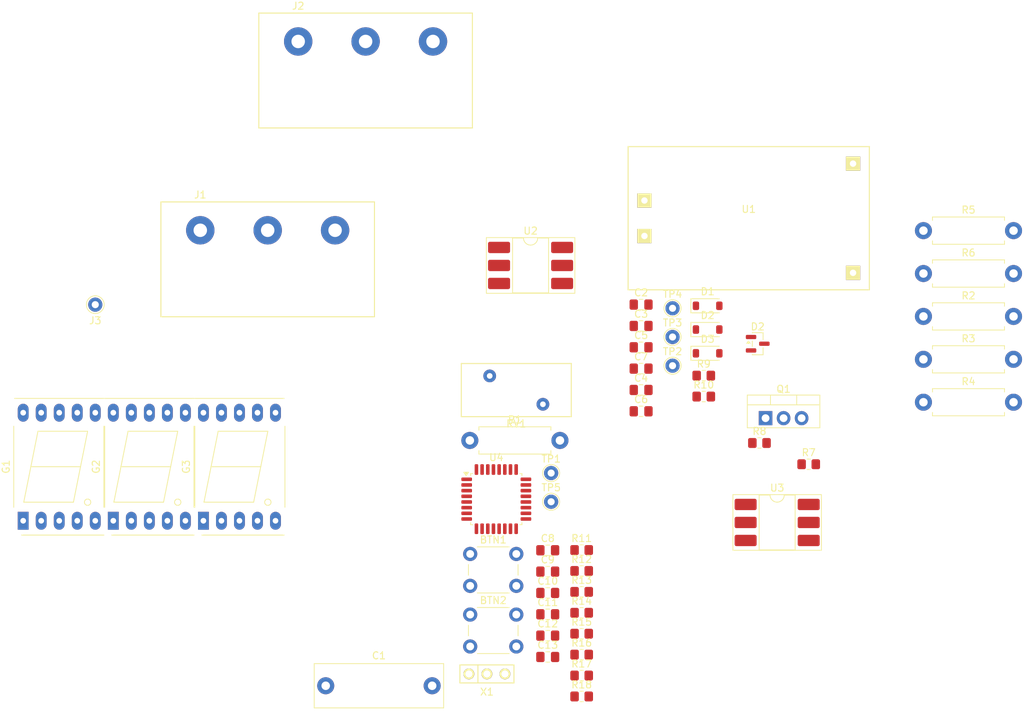
<source format=kicad_pcb>
(kicad_pcb (version 20241229) (generator "pcbnew") (generator_version "9.0")
  (layers (0 "F.Cu" signal) (2 "B.Cu" signal) (13 "F.Paste" user) (15 "B.Paste" user) (5 "F.SilkS" user "F.Silkscreen") (7 "B.SilkS" user "B.Silkscreen") (1 "F.Mask" user) (3 "B.Mask" user) (25 "Edge.Cuts" user))
  (net 0 "")
  (net 1 "GND")
  (net 2 "VCC")
  (net 3 "Net-(D1-K)")
  (net 4 "Net-(D1-A)")
  (net 5 "/MAINS_N")
  (net 6 "/MAINS_L_IN")
  (net 7 "/MAINS_L_OUT")
  (net 8 "/ADC")
  (net 9 "/ZCD")
  (net 10 "Net-(Q1-G)")
  (net 11 "/TRIAC")
  (net 12 "Net-(R8-Pad2)")
  (net 15 "/BTN1")
  (net 16 "/BTN2")
  (net 17 "Net-(C1-Pad1)")
  (net 18 "Net-(U4-PF2-NRST)")
  (net 19 "/DISP_AC")
  (net 20 "/DISP_AF")
  (net 21 "/DISP_AP")
  (net 22 "/DISP_CC1")
  (net 23 "/DISP_AD")
  (net 24 "/DISP_AE")
  (net 25 "/DISP_AA")
  (net 26 "/DISP_AG")
  (net 27 "/DISP_AB")
  (net 28 "/DISP_CC2")
  (net 29 "/DISP_CC3")
  (net 30 "Net-(R5-Pad2)")
  (net 31 "Net-(R6-Pad1)")
  (net 32 "Net-(R7-Pad1)")
  (net 33 "Net-(U4-PA0)")
  (net 34 "Net-(U4-PA1)")
  (net 35 "Net-(U4-PA2)")
  (net 36 "Net-(U4-PA3)")
  (net 37 "Net-(U4-PA4)")
  (net 38 "Net-(U4-PA5)")
  (net 39 "Net-(U4-PA6)")
  (net 40 "Net-(U4-PA7)")
  (net 47 "/SWCLK")
  (net 53 "/SWDIO")
  (net 54 "/MAIN_PEN")
  (footprint "Capacitor_SMD:C_0805_2012Metric_Pad1.18x1.45mm_HandSolder" (layer "F.Cu") (at 153.13 81.74)
    (property "Reference" "C3" (at 0 -1.68 0) (layer "F.SilkS"))
    (property "Value" "47u")
    (pad "1" smd roundrect (at -1.0375 0) (size 1.175 1.45) (layers "F.Cu" "F.Mask" "F.Paste") (roundrect_rratio 0.212766) (net 2 "VCC"))
    (pad "2" smd roundrect (at 1.0375 0) (size 1.175 1.45) (layers "F.Cu" "F.Mask" "F.Paste") (roundrect_rratio 0.212766) (net 1 "GND"))
  )
  (footprint "Resistor_SMD:R_0805_2012Metric_Pad1.20x1.40mm_HandSolder" (layer "F.Cu") (at 144.75 125.15)
    (property "Reference" "R15" (at 0 -1.65 0) (layer "F.SilkS"))
    (property "Value" "330R")
    (pad "1" smd roundrect (at -1 0) (size 1.2 1.4) (layers "F.Cu" "F.Mask" "F.Paste") (roundrect_rratio 0.208333) (net 37 "Net-(U4-PA4)"))
    (pad "2" smd roundrect (at 1 0) (size 1.2 1.4) (layers "F.Cu" "F.Mask" "F.Paste") (roundrect_rratio 0.208333) (net 24 "/DISP_AE"))
  )
  (footprint "TestPoint:TestPoint_THTPad_D2.0mm_Drill1.0mm" (layer "F.Cu") (at 140.45 106.54)
    (property "Reference" "TP5" (at 0 -1.998 0) (layer "F.SilkS"))
    (property "Value" "ADC")
    (pad "1" thru_hole circle (at 0 0) (size 2 2) (drill 1) (layers "*.Cu" "*.Mask") (net 3 "Net-(D1-K)"))
  )
  (footprint "Drake:HB-9500-3P" (layer "F.Cu") (at 104.8 41.62)
    (property "Reference" "J2" (at 0 -5 0) (layer "F.SilkS"))
    (property "Value" "OUT")
    (pad "1" thru_hole circle (at 0 0) (size 4 4) (drill 1.9) (layers "*.Cu" "*.Mask") (net 54 "/MAIN_PEN"))
    (pad "2" thru_hole circle (at 9.5 0) (size 4 4) (drill 1.9) (layers "*.Cu" "*.Mask") (net 5 "/MAINS_N"))
    (pad "3" thru_hole circle (at 19 0) (size 4 4) (drill 1.9) (layers "*.Cu" "*.Mask") (net 7 "/MAINS_L_OUT"))
  )
  (footprint "Capacitor_SMD:C_0805_2012Metric_Pad1.18x1.45mm_HandSolder" (layer "F.Cu") (at 153.13 93.78)
    (property "Reference" "C6" (at 0 -1.68 0) (layer "F.SilkS"))
    (property "Value" "100n")
    (pad "1" smd roundrect (at -1.0375 0) (size 1.175 1.45) (layers "F.Cu" "F.Mask" "F.Paste") (roundrect_rratio 0.212766) (net 3 "Net-(D1-K)"))
    (pad "2" smd roundrect (at 1.0375 0) (size 1.175 1.45) (layers "F.Cu" "F.Mask" "F.Paste") (roundrect_rratio 0.212766) (net 1 "GND"))
  )
  (footprint "Package_TO_SOT_SMD:SOT-23" (layer "F.Cu") (at 169.5625 84.25)
    (property "Reference" "D2" (at 0 -2.4 0) (layer "F.SilkS"))
    (property "Value" "BAT54S")
    (pad "1" smd roundrect (at -0.9375 -0.95) (size 1.475 0.6) (layers "F.Cu" "F.Mask" "F.Paste") (net 1 "GND"))
    (pad "2" smd roundrect (at -0.9375 0.95) (size 1.475 0.6) (layers "F.Cu" "F.Mask" "F.Paste") (net 2 "VCC"))
    (pad "3" smd roundrect (at 0.9375 0) (size 1.475 0.6) (layers "F.Cu" "F.Mask" "F.Paste") (net 3 "Net-(D1-K)"))
  )
  (footprint "Varistor:RV_Disc_D15.5mm_W7.5mm_P7.5mm" (layer "F.Cu") (at 131.79 88.79)
    (property "Reference" "RV1" (at 3.75 6.75 0) (layer "F.SilkS"))
    (property "Value" "14D471")
    (pad "1" thru_hole circle (at 0 0) (size 1.8 1.8) (drill 0.8) (layers "*.Cu" "*.Mask") (net 6 "/MAINS_L_IN"))
    (pad "2" thru_hole circle (at 7.5 4) (size 1.8 1.8) (drill 0.8) (layers "*.Cu" "*.Mask") (net 5 "/MAINS_N"))
  )
  (footprint "Resistor_SMD:R_0805_2012Metric_Pad1.20x1.40mm_HandSolder" (layer "F.Cu") (at 144.75 113.35)
    (property "Reference" "R11" (at 0 -1.65 0) (layer "F.SilkS"))
    (property "Value" "330R")
    (pad "1" smd roundrect (at -1 0) (size 1.2 1.4) (layers "F.Cu" "F.Mask" "F.Paste") (roundrect_rratio 0.208333) (net 33 "Net-(U4-PA0)"))
    (pad "2" smd roundrect (at 1 0) (size 1.2 1.4) (layers "F.Cu" "F.Mask" "F.Paste") (roundrect_rratio 0.208333) (net 25 "/DISP_AA"))
  )
  (footprint "Capacitor_SMD:C_0805_2012Metric_Pad1.18x1.45mm_HandSolder" (layer "F.Cu") (at 139.97 113.38)
    (property "Reference" "C8" (at 0 -1.68 0) (layer "F.SilkS"))
    (property "Value" "1u")
    (pad "1" smd roundrect (at -1.0375 0) (size 1.175 1.45) (layers "F.Cu" "F.Mask" "F.Paste") (roundrect_rratio 0.212766) (net 2 "VCC"))
    (pad "2" smd roundrect (at 1.0375 0) (size 1.175 1.45) (layers "F.Cu" "F.Mask" "F.Paste") (roundrect_rratio 0.212766) (net 1 "GND"))
  )
  (footprint "Resistor_SMD:R_0805_2012Metric_Pad1.20x1.40mm_HandSolder" (layer "F.Cu") (at 144.75 116.3)
    (property "Reference" "R12" (at 0 -1.65 0) (layer "F.SilkS"))
    (property "Value" "330R")
    (pad "1" smd roundrect (at -1 0) (size 1.2 1.4) (layers "F.Cu" "F.Mask" "F.Paste") (roundrect_rratio 0.208333) (net 34 "Net-(U4-PA1)"))
    (pad "2" smd roundrect (at 1 0) (size 1.2 1.4) (layers "F.Cu" "F.Mask" "F.Paste") (roundrect_rratio 0.208333) (net 27 "/DISP_AB"))
  )
  (footprint "Capacitor_SMD:C_0805_2012Metric_Pad1.18x1.45mm_HandSolder" (layer "F.Cu") (at 139.97 122.41)
    (property "Reference" "C11" (at 0 -1.68 0) (layer "F.SilkS"))
    (property "Value" "100n")
    (pad "1" smd roundrect (at -1.0375 0) (size 1.175 1.45) (layers "F.Cu" "F.Mask" "F.Paste") (roundrect_rratio 0.212766) (net 15 "/BTN1"))
    (pad "2" smd roundrect (at 1.0375 0) (size 1.175 1.45) (layers "F.Cu" "F.Mask" "F.Paste") (roundrect_rratio 0.212766) (net 1 "GND"))
  )
  (footprint "Display_7Segment:7SegmentLED_LTS6760_LTS6780" (layer "F.Cu") (at 91.44 109.22 90)
    (property "Reference" "G3" (at 7.62 -2.42 90) (layer "F.SilkS"))
    (property "Value" "SM420561N")
    (pad "1" thru_hole rect (at 0 0) (size 1.524 2.524) (drill 0.8) (layers "*.Cu" "*.Mask") (net 24 "/DISP_AE"))
    (pad "2" thru_hole oval (at 0 2.54) (size 1.524 2.524) (drill 0.8) (layers "*.Cu" "*.Mask") (net 23 "/DISP_AD"))
    (pad "3" thru_hole oval (at 0 5.08) (size 1.524 2.524) (drill 0.8) (layers "*.Cu" "*.Mask") (net 29 "/DISP_CC3"))
    (pad "4" thru_hole oval (at 0 7.62) (size 1.524 2.524) (drill 0.8) (layers "*.Cu" "*.Mask") (net 19 "/DISP_AC"))
    (pad "5" thru_hole oval (at 0 10.16) (size 1.524 2.524) (drill 0.8) (layers "*.Cu" "*.Mask") (net 21 "/DISP_AP"))
    (pad "6" thru_hole oval (at 15.24 10.16) (size 1.524 2.524) (drill 0.8) (layers "*.Cu" "*.Mask") (net 27 "/DISP_AB"))
    (pad "7" thru_hole oval (at 15.24 7.62) (size 1.524 2.524) (drill 0.8) (layers "*.Cu" "*.Mask") (net 25 "/DISP_AA"))
    (pad "8" thru_hole oval (at 15.24 5.08) (size 1.524 2.524) (drill 0.8) (layers "*.Cu" "*.Mask") (net 29 "/DISP_CC3"))
    (pad "9" thru_hole oval (at 15.24 2.54) (size 1.524 2.524) (drill 0.8) (layers "*.Cu" "*.Mask") (net 20 "/DISP_AF"))
    (pad "10" thru_hole oval (at 15.24 0) (size 1.524 2.524) (drill 0.8) (layers "*.Cu" "*.Mask") (net 26 "/DISP_AG"))
  )
  (footprint "Resistor_THT:R_Axial_DIN0411_L9.9mm_D3.6mm_P12.70mm_Horizontal" (layer "F.Cu") (at 192.92 74.35)
    (property "Reference" "R6" (at 6.35 -2.92 0) (layer "F.SilkS"))
    (property "Value" "68k/0.5W")
    (pad "1" thru_hole circle (at 0 0) (size 2.4 2.4) (drill 1.2) (layers "*.Cu" "*.Mask") (net 31 "Net-(R6-Pad1)"))
    (pad "2" thru_hole circle (at 12.7 0) (size 2.4 2.4) (drill 1.2) (layers "*.Cu" "*.Mask") (net 5 "/MAINS_N"))
  )
  (footprint "Capacitor_SMD:C_0805_2012Metric_Pad1.18x1.45mm_HandSolder" (layer "F.Cu") (at 153.13 78.73)
    (property "Reference" "C2" (at 0 -1.68 0) (layer "F.SilkS"))
    (property "Value" "1n")
    (pad "1" smd roundrect (at -1.0375 0) (size 1.175 1.45) (layers "F.Cu" "F.Mask" "F.Paste") (roundrect_rratio 0.212766) (net 9 "/ZCD"))
    (pad "2" smd roundrect (at 1.0375 0) (size 1.175 1.45) (layers "F.Cu" "F.Mask" "F.Paste") (roundrect_rratio 0.212766) (net 1 "GND"))
  )
  (footprint "Diode_SMD:D_SOD-123" (layer "F.Cu") (at 162.505 78.9)
    (property "Reference" "D1" (at 0 -2 0) (layer "F.SilkS"))
    (property "Value" "DSK14")
    (pad "1" smd roundrect (at -1.65 0) (size 0.9 1.2) (layers "F.Cu" "F.Mask" "F.Paste") (net 3 "Net-(D1-K)"))
    (pad "2" smd roundrect (at 1.65 0) (size 0.9 1.2) (layers "F.Cu" "F.Mask" "F.Paste") (net 4 "Net-(D1-A)"))
  )
  (footprint "Resistor_SMD:R_0805_2012Metric_Pad1.20x1.40mm_HandSolder" (layer "F.Cu") (at 176.75 101.25)
    (property "Reference" "R7" (at 0 -1.65 0) (layer "F.SilkS"))
    (property "Value" "270R")
    (pad "1" smd roundrect (at -1 0) (size 1.2 1.4) (layers "F.Cu" "F.Mask" "F.Paste") (roundrect_rratio 0.208333) (net 32 "Net-(R7-Pad1)"))
    (pad "2" smd roundrect (at 1 0) (size 1.2 1.4) (layers "F.Cu" "F.Mask" "F.Paste") (roundrect_rratio 0.208333) (net 10 "Net-(Q1-G)"))
  )
  (footprint "Resistor_SMD:R_0805_2012Metric_Pad1.20x1.40mm_HandSolder" (layer "F.Cu") (at 161.96 88.75)
    (property "Reference" "R9" (at 0 -1.65 0) (layer "F.SilkS"))
    (property "Value" "4k7")
    (pad "1" smd roundrect (at -1 0) (size 1.2 1.4) (layers "F.Cu" "F.Mask" "F.Paste") (roundrect_rratio 0.208333) (net 2 "VCC"))
    (pad "2" smd roundrect (at 1 0) (size 1.2 1.4) (layers "F.Cu" "F.Mask" "F.Paste") (roundrect_rratio 0.208333) (net 9 "/ZCD"))
  )
  (footprint "Capacitor_SMD:C_0805_2012Metric_Pad1.18x1.45mm_HandSolder" (layer "F.Cu") (at 153.13 90.77)
    (property "Reference" "C4" (at 0 -1.68 0) (layer "F.SilkS"))
    (property "Value" "10u")
    (pad "1" smd roundrect (at -1.0375 0) (size 1.175 1.45) (layers "F.Cu" "F.Mask" "F.Paste") (roundrect_rratio 0.212766) (net 3 "Net-(D1-K)"))
    (pad "2" smd roundrect (at 1.0375 0) (size 1.175 1.45) (layers "F.Cu" "F.Mask" "F.Paste") (roundrect_rratio 0.212766) (net 1 "GND"))
  )
  (footprint "Diode_SMD:D_SOD-123" (layer "F.Cu") (at 162.505 82.25)
    (property "Reference" "D2" (at 0 -2 0) (layer "F.SilkS"))
    (property "Value" "DSK14")
    (pad "1" smd roundrect (at -1.65 0) (size 0.9 1.2) (layers "F.Cu" "F.Mask" "F.Paste") (net 2 "VCC"))
    (pad "2" smd roundrect (at 1.65 0) (size 0.9 1.2) (layers "F.Cu" "F.Mask" "F.Paste") (net 3 "Net-(D1-K)"))
  )
  (footprint "Resistor_THT:R_Axial_DIN0411_L9.9mm_D3.6mm_P12.70mm_Horizontal" (layer "F.Cu") (at 192.92 68.3)
    (property "Reference" "R5" (at 6.35 -2.92 0) (layer "F.SilkS"))
    (property "Value" "68k/0.5W")
    (pad "1" thru_hole circle (at 0 0) (size 2.4 2.4) (drill 1.2) (layers "*.Cu" "*.Mask") (net 6 "/MAINS_L_IN"))
    (pad "2" thru_hole circle (at 12.7 0) (size 2.4 2.4) (drill 1.2) (layers "*.Cu" "*.Mask") (net 30 "Net-(R5-Pad2)"))
  )
  (footprint "Display_7Segment:7SegmentLED_LTS6760_LTS6780" (layer "F.Cu") (at 66.04 109.22 90)
    (property "Reference" "G1" (at 7.62 -2.42 90) (layer "F.SilkS"))
    (property "Value" "SM420561N")
    (pad "1" thru_hole rect (at 0 0) (size 1.524 2.524) (drill 0.8) (layers "*.Cu" "*.Mask") (net 24 "/DISP_AE"))
    (pad "2" thru_hole oval (at 0 2.54) (size 1.524 2.524) (drill 0.8) (layers "*.Cu" "*.Mask") (net 23 "/DISP_AD"))
    (pad "3" thru_hole oval (at 0 5.08) (size 1.524 2.524) (drill 0.8) (layers "*.Cu" "*.Mask") (net 22 "/DISP_CC1"))
    (pad "4" thru_hole oval (at 0 7.62) (size 1.524 2.524) (drill 0.8) (layers "*.Cu" "*.Mask") (net 19 "/DISP_AC"))
    (pad "5" thru_hole oval (at 0 10.16) (size 1.524 2.524) (drill 0.8) (layers "*.Cu" "*.Mask") (net 21 "/DISP_AP"))
    (pad "6" thru_hole oval (at 15.24 10.16) (size 1.524 2.524) (drill 0.8) (layers "*.Cu" "*.Mask") (net 27 "/DISP_AB"))
    (pad "7" thru_hole oval (at 15.24 7.62) (size 1.524 2.524) (drill 0.8) (layers "*.Cu" "*.Mask") (net 25 "/DISP_AA"))
    (pad "8" thru_hole oval (at 15.24 5.08) (size 1.524 2.524) (drill 0.8) (layers "*.Cu" "*.Mask") (net 22 "/DISP_CC1"))
    (pad "9" thru_hole oval (at 15.24 2.54) (size 1.524 2.524) (drill 0.8) (layers "*.Cu" "*.Mask") (net 20 "/DISP_AF"))
    (pad "10" thru_hole oval (at 15.24 0) (size 1.524 2.524) (drill 0.8) (layers "*.Cu" "*.Mask") (net 26 "/DISP_AG"))
  )
  (footprint "Drake:HLK-PM01" (layer "F.Cu") (at 168.3 66.55)
    (property "Reference" "U1" (at 0 -1.27 0) (layer "F.SilkS"))
    (property "Value" "HLK-PM03")
    (pad "1" thru_hole rect (at -14.7 -2.5) (size 2 2) (drill 0.9) (layers "*.Cu" "*.Mask" "F.SilkS") (net 6 "/MAINS_L_IN"))
    (pad "2" thru_hole rect (at -14.7 2.5) (size 2 2) (drill 0.9) (layers "*.Cu" "*.Mask" "F.SilkS") (net 5 "/MAINS_N"))
    (pad "3" thru_hole rect (at 14.7 -7.7) (size 2 2) (drill 0.9) (layers "*.Cu" "*.Mask" "F.SilkS") (net 1 "GND"))
    (pad "4" thru_hole rect (at 14.7 7.7) (size 2 2) (drill 0.9) (layers "*.Cu" "*.Mask" "F.SilkS") (net 2 "VCC"))
  )
  (footprint "Capacitor_SMD:C_0805_2012Metric_Pad1.18x1.45mm_HandSolder" (layer "F.Cu") (at 139.97 128.43)
    (property "Reference" "C13" (at 0 -1.68 0) (layer "F.SilkS"))
    (property "Value" "100n")
    (pad "1" smd roundrect (at -1.0375 0) (size 1.175 1.45) (layers "F.Cu" "F.Mask" "F.Paste") (roundrect_rratio 0.212766) (net 2 "VCC"))
    (pad "2" smd roundrect (at 1.0375 0) (size 1.175 1.45) (layers "F.Cu" "F.Mask" "F.Paste") (roundrect_rratio 0.212766) (net 1 "GND"))
  )
  (footprint "Resistor_SMD:R_0805_2012Metric_Pad1.20x1.40mm_HandSolder" (layer "F.Cu") (at 169.81 98.25)
    (property "Reference" "R8" (at 0 -1.65 0) (layer "F.SilkS"))
    (property "Value" "270R")
    (pad "1" smd roundrect (at -1 0) (size 1.2 1.4) (layers "F.Cu" "F.Mask" "F.Paste") (roundrect_rratio 0.208333) (net 11 "/TRIAC"))
    (pad "2" smd roundrect (at 1 0) (size 1.2 1.4) (layers "F.Cu" "F.Mask" "F.Paste") (roundrect_rratio 0.208333) (net 12 "Net-(R8-Pad2)"))
  )
  (footprint "Package_TO_SOT_THT:TO-220-3_Vertical" (layer "F.Cu") (at 170.67 94.75)
    (property "Reference" "Q1" (at 2.54 -4.1 0) (layer "F.SilkS"))
    (property "Value" "BTA24-600C")
    (pad "1" thru_hole rect (at 0 0) (size 1.905 2) (drill 1.1) (layers "*.Cu" "*.Mask") (net 7 "/MAINS_L_OUT"))
    (pad "2" thru_hole oval (at 2.54 0) (size 1.905 2) (drill 1.1) (layers "*.Cu" "*.Mask") (net 6 "/MAINS_L_IN"))
    (pad "3" thru_hole oval (at 5.08 0) (size 1.905 2) (drill 1.1) (layers "*.Cu" "*.Mask") (net 10 "Net-(Q1-G)"))
  )
  (footprint "Button_Switch_THT:SW_PUSH_6mm_H5mm" (layer "F.Cu") (at 129.04 113.9)
    (property "Reference" "BTN1" (at 3.25 -2 0) (layer "F.SilkS"))
    (property "Value" "TRIGGER")
    (pad "1" thru_hole circle (at 0 0 90) (size 2 2) (drill 1.1) (layers "*.Cu" "*.Mask") (net 15 "/BTN1"))
    (pad "1" thru_hole circle (at 6.5 0 90) (size 2 2) (drill 1.1) (layers "*.Cu" "*.Mask") (net 15 "/BTN1"))
    (pad "2" thru_hole circle (at 0 4.5 90) (size 2 2) (drill 1.1) (layers "*.Cu" "*.Mask") (net 1 "GND"))
    (pad "2" thru_hole circle (at 6.5 4.5 90) (size 2 2) (drill 1.1) (layers "*.Cu" "*.Mask") (net 1 "GND"))
  )
  (footprint "Capacitor_SMD:C_0805_2012Metric_Pad1.18x1.45mm_HandSolder" (layer "F.Cu") (at 139.97 119.4)
    (property "Reference" "C10" (at 0 -1.68 0) (layer "F.SilkS"))
    (property "Value" "100n")
    (pad "1" smd roundrect (at -1.0375 0) (size 1.175 1.45) (layers "F.Cu" "F.Mask" "F.Paste") (roundrect_rratio 0.212766) (net 18 "Net-(U4-PF2-NRST)"))
    (pad "2" smd roundrect (at 1.0375 0) (size 1.175 1.45) (layers "F.Cu" "F.Mask" "F.Paste") (roundrect_rratio 0.212766) (net 1 "GND"))
  )
  (footprint "TestPoint:TestPoint_THTPad_D2.0mm_Drill1.0mm" (layer "F.Cu") (at 140.45 102.49)
    (property "Reference" "TP1" (at 0 -1.998 0) (layer "F.SilkS"))
    (property "Value" "TRIAC")
    (pad "1" thru_hole circle (at 0 0) (size 2 2) (drill 1) (layers "*.Cu" "*.Mask") (net 11 "/TRIAC"))
  )
  (footprint "Package_DIP:DIP-6_W8.89mm_SMDSocket_LongPads" (layer "F.Cu") (at 172.305 109.46)
    (property "Reference" "U3" (at 0 -4.87 0) (layer "F.SilkS"))
    (property "Value" "MOC3023M")
    (pad "1" smd roundrect (at -4.445 -2.54) (size 3.1 1.6) (layers "F.Cu" "F.Mask" "F.Paste") (roundrect_rratio 0.15625) (net 12 "Net-(R8-Pad2)"))
    (pad "2" smd roundrect (at -4.445 0) (size 3.1 1.6) (layers "F.Cu" "F.Mask" "F.Paste") (roundrect_rratio 0.15625) (net 1 "GND"))
    (pad "3" smd roundrect (at -4.445 2.54) (size 3.1 1.6) (layers "F.Cu" "F.Mask" "F.Paste") (roundrect_rratio 0.15625))
    (pad "4" smd roundrect (at 4.445 2.54) (size 3.1 1.6) (layers "F.Cu" "F.Mask" "F.Paste") (roundrect_rratio 0.15625) (net 7 "/MAINS_L_OUT"))
    (pad "5" smd roundrect (at 4.445 0) (size 3.1 1.6) (layers "F.Cu" "F.Mask" "F.Paste") (roundrect_rratio 0.15625))
    (pad "6" smd roundrect (at 4.445 -2.54) (size 3.1 1.6) (layers "F.Cu" "F.Mask" "F.Paste") (roundrect_rratio 0.15625) (net 32 "Net-(R7-Pad1)"))
  )
  (footprint "Package_DIP:DIP-6_W8.89mm_SMDSocket_LongPads" (layer "F.Cu") (at 137.555 73.21)
    (property "Reference" "U2" (at 0 -4.87 0) (layer "F.SilkS"))
    (property "Value" "H11AA1")
    (pad "1" smd roundrect (at -4.445 -2.54) (size 3.1 1.6) (layers "F.Cu" "F.Mask" "F.Paste") (roundrect_rratio 0.15625) (net 30 "Net-(R5-Pad2)"))
    (pad "2" smd roundrect (at -4.445 0) (size 3.1 1.6) (layers "F.Cu" "F.Mask" "F.Paste") (roundrect_rratio 0.15625) (net 31 "Net-(R6-Pad1)"))
    (pad "3" smd roundrect (at -4.445 2.54) (size 3.1 1.6) (layers "F.Cu" "F.Mask" "F.Paste") (roundrect_rratio 0.15625))
    (pad "4" smd roundrect (at 4.445 2.54) (size 3.1 1.6) (layers "F.Cu" "F.Mask" "F.Paste") (roundrect_rratio 0.15625) (net 1 "GND"))
    (pad "5" smd roundrect (at 4.445 0) (size 3.1 1.6) (layers "F.Cu" "F.Mask" "F.Paste") (roundrect_rratio 0.15625) (net 9 "/ZCD"))
    (pad "6" smd roundrect (at 4.445 -2.54) (size 3.1 1.6) (layers "F.Cu" "F.Mask" "F.Paste") (roundrect_rratio 0.15625))
  )
  (footprint "TestPoint:TestPoint_THTPad_D2.0mm_Drill1.0mm" (layer "F.Cu") (at 157.56 79.25)
    (property "Reference" "TP4" (at 0 -1.998 0) (layer "F.SilkS"))
    (property "Value" "GND")
    (pad "1" thru_hole circle (at 0 0) (size 2 2) (drill 1) (layers "*.Cu" "*.Mask") (net 1 "GND"))
  )
  (footprint "Button_Switch_THT:SW_PUSH_6mm_H5mm" (layer "F.Cu") (at 129.04 122.45)
    (property "Reference" "BTN2" (at 3.25 -2 0) (layer "F.SilkS"))
    (property "Value" "TRIGGER")
    (pad "1" thru_hole circle (at 0 0 90) (size 2 2) (drill 1.1) (layers "*.Cu" "*.Mask") (net 16 "/BTN2"))
    (pad "1" thru_hole circle (at 6.5 0 90) (size 2 2) (drill 1.1) (layers "*.Cu" "*.Mask") (net 16 "/BTN2"))
    (pad "2" thru_hole circle (at 0 4.5 90) (size 2 2) (drill 1.1) (layers "*.Cu" "*.Mask") (net 1 "GND"))
    (pad "2" thru_hole circle (at 6.5 4.5 90) (size 2 2) (drill 1.1) (layers "*.Cu" "*.Mask") (net 1 "GND"))
  )
  (footprint "Capacitor_SMD:C_0805_2012Metric_Pad1.18x1.45mm_HandSolder" (layer "F.Cu") (at 153.13 87.76)
    (property "Reference" "C7" (at 0 -1.68 0) (layer "F.SilkS"))
    (property "Value" "10u")
    (pad "1" smd roundrect (at -1.0375 0) (size 1.175 1.45) (layers "F.Cu" "F.Mask" "F.Paste") (roundrect_rratio 0.212766) (net 2 "VCC"))
    (pad "2" smd roundrect (at 1.0375 0) (size 1.175 1.45) (layers "F.Cu" "F.Mask" "F.Paste") (roundrect_rratio 0.212766) (net 1 "GND"))
  )
  (footprint "Resistor_SMD:R_0805_2012Metric_Pad1.20x1.40mm_HandSolder" (layer "F.Cu") (at 144.75 134)
    (property "Reference" "R18" (at 0 -1.65 0) (layer "F.SilkS"))
    (property "Value" "330R")
    (pad "1" smd roundrect (at -1 0) (size 1.2 1.4) (layers "F.Cu" "F.Mask" "F.Paste") (roundrect_rratio 0.208333) (net 40 "Net-(U4-PA7)"))
    (pad "2" smd roundrect (at 1 0) (size 1.2 1.4) (layers "F.Cu" "F.Mask" "F.Paste") (roundrect_rratio 0.208333) (net 21 "/DISP_AP"))
  )
  (footprint "Drake:SWD" (layer "F.Cu") (at 131.4 130.82)
    (property "Reference" "X1" (at 0 2.54 0) (layer "F.SilkS"))
    (property "Value" "SWD")
    (pad "1" thru_hole circle (at -2.54 0) (size 1.524 1.524) (drill 1.016) (layers "*.Cu" "*.Mask" "F.SilkS") (net 53 "/SWDIO"))
    (pad "2" thru_hole circle (at 0 0) (size 1.524 1.524) (drill 1.016) (layers "*.Cu" "*.Mask" "F.SilkS") (net 1 "GND"))
    (pad "3" thru_hole circle (at 2.54 0) (size 1.524 1.524) (drill 1.016) (layers "*.Cu" "*.Mask" "F.SilkS") (net 47 "/SWCLK"))
  )
  (footprint "Connector_Pin:Pin_D1.0mm_L10.0mm" (layer "F.Cu") (at 76.2 78.74)
    (property "Reference" "J3" (at 0 2.25 0) (layer "F.SilkS"))
    (property "Value" "Heatsink Earth")
    (pad "1" thru_hole circle (at 0 0) (size 2 2) (drill 1) (layers "*.Cu" "*.Mask") (net 54 "/MAIN_PEN"))
  )
  (footprint "Resistor_THT:R_Axial_DIN0411_L9.9mm_D3.6mm_P12.70mm_Horizontal" (layer "F.Cu") (at 192.92 86.45)
    (property "Reference" "R3" (at 6.35 -2.92 0) (layer "F.SilkS"))
    (property "Value" "510k/0.5W")
    (pad "1" thru_hole circle (at 0 0) (size 2.4 2.4) (drill 1.2) (layers "*.Cu" "*.Mask") (net 5 "/MAINS_N"))
    (pad "2" thru_hole circle (at 12.7 0) (size 2.4 2.4) (drill 1.2) (layers "*.Cu" "*.Mask") (net 1 "GND"))
  )
  (footprint "Diode_SMD:D_SOD-123" (layer "F.Cu") (at 162.505 85.6)
    (property "Reference" "D3" (at 0 -2 0) (layer "F.SilkS"))
    (property "Value" "DSK14")
    (pad "1" smd roundrect (at -1.65 0) (size 0.9 1.2) (layers "F.Cu" "F.Mask" "F.Paste") (net 3 "Net-(D1-K)"))
    (pad "2" smd roundrect (at 1.65 0) (size 0.9 1.2) (layers "F.Cu" "F.Mask" "F.Paste") (net 1 "GND"))
  )
  (footprint "Capacitor_SMD:C_0805_2012Metric_Pad1.18x1.45mm_HandSolder" (layer "F.Cu") (at 139.97 125.42)
    (property "Reference" "C12" (at 0 -1.68 0) (layer "F.SilkS"))
    (property "Value" "100n")
    (pad "1" smd roundrect (at -1.0375 0) (size 1.175 1.45) (layers "F.Cu" "F.Mask" "F.Paste") (roundrect_rratio 0.212766) (net 16 "/BTN2"))
    (pad "2" smd roundrect (at 1.0375 0) (size 1.175 1.45) (layers "F.Cu" "F.Mask" "F.Paste") (roundrect_rratio 0.212766) (net 1 "GND"))
  )
  (footprint "Resistor_THT:R_Axial_DIN0411_L9.9mm_D3.6mm_P12.70mm_Horizontal" (layer "F.Cu") (at 192.92 80.4)
    (property "Reference" "R2" (at 6.35 -2.92 0) (layer "F.SilkS"))
    (property "Value" "510k/0.5W")
    (pad "1" thru_hole circle (at 0 0) (size 2.4 2.4) (drill 1.2) (layers "*.Cu" "*.Mask") (net 6 "/MAINS_L_IN"))
    (pad "2" thru_hole circle (at 12.7 0) (size 2.4 2.4) (drill 1.2) (layers "*.Cu" "*.Mask") (net 4 "Net-(D1-A)"))
  )
  (footprint "Capacitor_SMD:C_0805_2012Metric_Pad1.18x1.45mm_HandSolder" (layer "F.Cu") (at 153.13 84.75)
    (property "Reference" "C5" (at 0 -1.68 0) (layer "F.SilkS"))
    (property "Value" "47u")
    (pad "1" smd roundrect (at -1.0375 0) (size 1.175 1.45) (layers "F.Cu" "F.Mask" "F.Paste") (roundrect_rratio 0.212766) (net 2 "VCC"))
    (pad "2" smd roundrect (at 1.0375 0) (size 1.175 1.45) (layers "F.Cu" "F.Mask" "F.Paste") (roundrect_rratio 0.212766) (net 1 "GND"))
  )
  (footprint "TestPoint:TestPoint_THTPad_D2.0mm_Drill1.0mm" (layer "F.Cu") (at 157.56 83.3)
    (property "Reference" "TP3" (at 0 -1.998 0) (layer "F.SilkS"))
    (property "Value" "VCC")
    (pad "1" thru_hole circle (at 0 0) (size 2 2) (drill 1) (layers "*.Cu" "*.Mask") (net 2 "VCC"))
  )
  (footprint "Resistor_SMD:R_0805_2012Metric_Pad1.20x1.40mm_HandSolder" (layer "F.Cu") (at 144.75 119.25)
    (property "Reference" "R13" (at 0 -1.65 0) (layer "F.SilkS"))
    (property "Value" "330R")
    (pad "1" smd roundrect (at -1 0) (size 1.2 1.4) (layers "F.Cu" "F.Mask" "F.Paste") (roundrect_rratio 0.208333) (net 35 "Net-(U4-PA2)"))
    (pad "2" smd roundrect (at 1 0) (size 1.2 1.4) (layers "F.Cu" "F.Mask" "F.Paste") (roundrect_rratio 0.208333) (net 19 "/DISP_AC"))
  )
  (footprint "Drake:HB-9500-3P" (layer "F.Cu") (at 91 68.25)
    (property "Reference" "J1" (at 0 -5 0) (layer "F.SilkS"))
    (property "Value" "IN")
    (pad "1" thru_hole circle (at 0 0) (size 4 4) (drill 1.9) (layers "*.Cu" "*.Mask") (net 54 "/MAIN_PEN"))
    (pad "2" thru_hole circle (at 9.5 0) (size 4 4) (drill 1.9) (layers "*.Cu" "*.Mask") (net 5 "/MAINS_N"))
    (pad "3" thru_hole circle (at 19 0) (size 4 4) (drill 1.9) (layers "*.Cu" "*.Mask") (net 6 "/MAINS_L_IN"))
  )
  (footprint "Resistor_THT:R_Axial_DIN0411_L9.9mm_D3.6mm_P12.70mm_Horizontal" (layer "F.Cu") (at 192.92 92.5)
    (property "Reference" "R4" (at 6.35 -2.92 0) (layer "F.SilkS"))
    (property "Value" "10k/0.5W")
    (pad "1" thru_hole circle (at 0 0) (size 2.4 2.4) (drill 1.2) (layers "*.Cu" "*.Mask") (net 1 "GND"))
    (pad "2" thru_hole circle (at 12.7 0) (size 2.4 2.4) (drill 1.2) (layers "*.Cu" "*.Mask") (net 4 "Net-(D1-A)"))
  )
  (footprint "Resistor_SMD:R_0805_2012Metric_Pad1.20x1.40mm_HandSolder" (layer "F.Cu") (at 144.75 128.1)
    (property "Reference" "R16" (at 0 -1.65 0) (layer "F.SilkS"))
    (property "Value" "330R")
    (pad "1" smd roundrect (at -1 0) (size 1.2 1.4) (layers "F.Cu" "F.Mask" "F.Paste") (roundrect_rratio 0.208333) (net 38 "Net-(U4-PA5)"))
    (pad "2" smd roundrect (at 1 0) (size 1.2 1.4) (layers "F.Cu" "F.Mask" "F.Paste") (roundrect_rratio 0.208333) (net 20 "/DISP_AF"))
  )
  (footprint "Capacitor_SMD:C_0805_2012Metric_Pad1.18x1.45mm_HandSolder" (layer "F.Cu") (at 139.97 116.39)
    (property "Reference" "C9" (at 0 -1.68 0) (layer "F.SilkS"))
    (property "Value" "100n")
    (pad "1" smd roundrect (at -1.0375 0) (size 1.175 1.45) (layers "F.Cu" "F.Mask" "F.Paste") (roundrect_rratio 0.212766) (net 2 "VCC"))
    (pad "2" smd roundrect (at 1.0375 0) (size 1.175 1.45) (layers "F.Cu" "F.Mask" "F.Paste") (roundrect_rratio 0.212766) (net 1 "GND"))
  )
  (footprint "Resistor_SMD:R_0805_2012Metric_Pad1.20x1.40mm_HandSolder" (layer "F.Cu") (at 144.75 131.05)
    (property "Reference" "R17" (at 0 -1.65 0) (layer "F.SilkS"))
    (property "Value" "330R")
    (pad "1" smd roundrect (at -1 0) (size 1.2 1.4) (layers "F.Cu" "F.Mask" "F.Paste") (roundrect_rratio 0.208333) (net 39 "Net-(U4-PA6)"))
    (pad "2" smd roundrect (at 1 0) (size 1.2 1.4) (layers "F.Cu" "F.Mask" "F.Paste") (roundrect_rratio 0.208333) (net 26 "/DISP_AG"))
  )
  (footprint "Display_7Segment:7SegmentLED_LTS6760_LTS6780" (layer "F.Cu") (at 78.74 109.22 90)
    (property "Reference" "G2" (at 7.62 -2.42 90) (layer "F.SilkS"))
    (property "Value" "SM420561N")
    (pad "1" thru_hole rect (at 0 0) (size 1.524 2.524) (drill 0.8) (layers "*.Cu" "*.Mask") (net 24 "/DISP_AE"))
    (pad "2" thru_hole oval (at 0 2.54) (size 1.524 2.524) (drill 0.8) (layers "*.Cu" "*.Mask") (net 23 "/DISP_AD"))
    (pad "3" thru_hole oval (at 0 5.08) (size 1.524 2.524) (drill 0.8) (layers "*.Cu" "*.Mask") (net 28 "/DISP_CC2"))
    (pad "4" thru_hole oval (at 0 7.62) (size 1.524 2.524) (drill 0.8) (layers "*.Cu" "*.Mask") (net 19 "/DISP_AC"))
    (pad "5" thru_hole oval (at 0 10.16) (size 1.524 2.524) (drill 0.8) (layers "*.Cu" "*.Mask") (net 21 "/DISP_AP"))
    (pad "6" thru_hole oval (at 15.24 10.16) (size 1.524 2.524) (drill 0.8) (layers "*.Cu" "*.Mask") (net 27 "/DISP_AB"))
    (pad "7" thru_hole oval (at 15.24 7.62) (size 1.524 2.524) (drill 0.8) (layers "*.Cu" "*.Mask") (net 25 "/DISP_AA"))
    (pad "8" thru_hole oval (at 15.24 5.08) (size 1.524 2.524) (drill 0.8) (layers "*.Cu" "*.Mask") (net 28 "/DISP_CC2"))
    (pad "9" thru_hole oval (at 15.24 2.54) (size 1.524 2.524) (drill 0.8) (layers "*.Cu" "*.Mask") (net 20 "/DISP_AF"))
    (pad "10" thru_hole oval (at 15.24 0) (size 1.524 2.524) (drill 0.8) (layers "*.Cu" "*.Mask") (net 26 "/DISP_AG"))
  )
  (footprint "Resistor_THT:R_Axial_DIN0411_L9.9mm_D3.6mm_P12.70mm_Horizontal" (layer "F.Cu") (at 128.99 97.89)
    (property "Reference" "R1" (at 6.35 -2.92 0) (layer "F.SilkS"))
    (property "Value" "100R/1W")
    (pad "1" thru_hole circle (at 0 0) (size 2.4 2.4) (drill 1.2) (layers "*.Cu" "*.Mask") (net 6 "/MAINS_L_IN"))
    (pad "2" thru_hole circle (at 12.7 0) (size 2.4 2.4) (drill 1.2) (layers "*.Cu" "*.Mask") (net 17 "Net-(C1-Pad1)"))
  )
  (footprint "Capacitor_THT:C_Rect_L18.0mm_W6.0mm_P15.00mm_FKS3_FKP3" (layer "F.Cu") (at 108.68 132.49)
    (property "Reference" "C1" (at 7.5 -4.25 0) (layer "F.SilkS"))
    (property "Value" "JFZ-100N/310-P15")
    (pad "1" thru_hole circle (at 0 0) (size 2.4 2.4) (drill 1.2) (layers "*.Cu" "*.Mask") (net 17 "Net-(C1-Pad1)"))
    (pad "2" thru_hole circle (at 15 0) (size 2.4 2.4) (drill 1.2) (layers "*.Cu" "*.Mask") (net 7 "/MAINS_L_OUT"))
  )
  (footprint "Resistor_SMD:R_0805_2012Metric_Pad1.20x1.40mm_HandSolder" (layer "F.Cu") (at 161.96 91.7)
    (property "Reference" "R10" (at 0 -1.65 0) (layer "F.SilkS"))
    (property "Value" "1k5")
    (pad "1" smd roundrect (at -1 0) (size 1.2 1.4) (layers "F.Cu" "F.Mask" "F.Paste") (roundrect_rratio 0.208333) (net 3 "Net-(D1-K)"))
    (pad "2" smd roundrect (at 1 0) (size 1.2 1.4) (layers "F.Cu" "F.Mask" "F.Paste") (roundrect_rratio 0.208333) (net 8 "/ADC"))
  )
  (footprint "Resistor_SMD:R_0805_2012Metric_Pad1.20x1.40mm_HandSolder" (layer "F.Cu") (at 144.75 122.2)
    (property "Reference" "R14" (at 0 -1.65 0) (layer "F.SilkS"))
    (property "Value" "330R")
    (pad "1" smd roundrect (at -1 0) (size 1.2 1.4) (layers "F.Cu" "F.Mask" "F.Paste") (roundrect_rratio 0.208333) (net 36 "Net-(U4-PA3)"))
    (pad "2" smd roundrect (at 1 0) (size 1.2 1.4) (layers "F.Cu" "F.Mask" "F.Paste") (roundrect_rratio 0.208333) (net 23 "/DISP_AD"))
  )
  (footprint "Package_QFP:LQFP-32_7x7mm_P0.8mm" (layer "F.Cu") (at 132.72 106.17)
    (property "Reference" "U4" (at 0 -5.88 0) (layer "F.SilkS"))
    (property "Value" "PY32F030K1xTx")
    (pad "1" smd roundrect (at -4.175 -2.8) (size 1.5 0.5) (layers "F.Cu" "F.Mask" "F.Paste") (net 2 "VCC"))
    (pad "2" smd roundrect (at -4.175 -2) (size 1.5 0.5) (layers "F.Cu" "F.Mask" "F.Paste"))
    (pad "3" smd roundrect (at -4.175 -1.2) (size 1.5 0.5) (layers "F.Cu" "F.Mask" "F.Paste"))
    (pad "4" smd roundrect (at -4.175 -0.4) (size 1.5 0.5) (layers "F.Cu" "F.Mask" "F.Paste") (net 18 "Net-(U4-PF2-NRST)"))
    (pad "5" smd roundrect (at -4.175 0.4) (size 1.5 0.5) (layers "F.Cu" "F.Mask" "F.Paste"))
    (pad "6" smd roundrect (at -4.175 1.2) (size 1.5 0.5) (layers "F.Cu" "F.Mask" "F.Paste") (net 33 "Net-(U4-PA0)"))
    (pad "7" smd roundrect (at -4.175 2) (size 1.5 0.5) (layers "F.Cu" "F.Mask" "F.Paste") (net 34 "Net-(U4-PA1)"))
    (pad "8" smd roundrect (at -4.175 2.8) (size 1.5 0.5) (layers "F.Cu" "F.Mask" "F.Paste") (net 35 "Net-(U4-PA2)"))
    (pad "9" smd roundrect (at -2.8 4.175) (size 0.5 1.5) (layers "F.Cu" "F.Mask" "F.Paste") (net 36 "Net-(U4-PA3)"))
    (pad "10" smd roundrect (at -2 4.175) (size 0.5 1.5) (layers "F.Cu" "F.Mask" "F.Paste") (net 37 "Net-(U4-PA4)"))
    (pad "11" smd roundrect (at -1.2 4.175) (size 0.5 1.5) (layers "F.Cu" "F.Mask" "F.Paste") (net 38 "Net-(U4-PA5)"))
    (pad "12" smd roundrect (at -0.4 4.175) (size 0.5 1.5) (layers "F.Cu" "F.Mask" "F.Paste") (net 39 "Net-(U4-PA6)"))
    (pad "13" smd roundrect (at 0.4 4.175) (size 0.5 1.5) (layers "F.Cu" "F.Mask" "F.Paste") (net 40 "Net-(U4-PA7)"))
    (pad "14" smd roundrect (at 1.2 4.175) (size 0.5 1.5) (layers "F.Cu" "F.Mask" "F.Paste") (net 8 "/ADC"))
    (pad "15" smd roundrect (at 2 4.175) (size 0.5 1.5) (layers "F.Cu" "F.Mask" "F.Paste") (net 9 "/ZCD"))
    (pad "16" smd roundrect (at 2.8 4.175) (size 0.5 1.5) (layers "F.Cu" "F.Mask" "F.Paste") (net 1 "GND"))
    (pad "17" smd roundrect (at 4.175 2.8) (size 1.5 0.5) (layers "F.Cu" "F.Mask" "F.Paste") (net 2 "VCC"))
    (pad "18" smd roundrect (at 4.175 2) (size 1.5 0.5) (layers "F.Cu" "F.Mask" "F.Paste") (net 11 "/TRIAC"))
    (pad "19" smd roundrect (at 4.175 1.2) (size 1.5 0.5) (layers "F.Cu" "F.Mask" "F.Paste"))
    (pad "20" smd roundrect (at 4.175 0.4) (size 1.5 0.5) (layers "F.Cu" "F.Mask" "F.Paste"))
    (pad "21" smd roundrect (at 4.175 -0.4) (size 1.5 0.5) (layers "F.Cu" "F.Mask" "F.Paste") (net 15 "/BTN1"))
    (pad "22" smd roundrect (at 4.175 -1.2) (size 1.5 0.5) (layers "F.Cu" "F.Mask" "F.Paste") (net 16 "/BTN2"))
    (pad "23" smd roundrect (at 4.175 -2) (size 1.5 0.5) (layers "F.Cu" "F.Mask" "F.Paste") (net 53 "/SWDIO"))
    (pad "24" smd roundrect (at 4.175 -2.8) (size 1.5 0.5) (layers "F.Cu" "F.Mask" "F.Paste") (net 47 "/SWCLK"))
    (pad "25" smd roundrect (at 2.8 -4.175) (size 0.5 1.5) (layers "F.Cu" "F.Mask" "F.Paste"))
    (pad "26" smd roundrect (at 2 -4.175) (size 0.5 1.5) (layers "F.Cu" "F.Mask" "F.Paste") (net 22 "/DISP_CC1"))
    (pad "27" smd roundrect (at 1.2 -4.175) (size 0.5 1.5) (layers "F.Cu" "F.Mask" "F.Paste") (net 28 "/DISP_CC2"))
    (pad "28" smd roundrect (at 0.4 -4.175) (size 0.5 1.5) (layers "F.Cu" "F.Mask" "F.Paste") (net 29 "/DISP_CC3"))
    (pad "29" smd roundrect (at -0.4 -4.175) (size 0.5 1.5) (layers "F.Cu" "F.Mask" "F.Paste"))
    (pad "30" smd roundrect (at -1.2 -4.175) (size 0.5 1.5) (layers "F.Cu" "F.Mask" "F.Paste"))
    (pad "31" smd roundrect (at -2 -4.175) (size 0.5 1.5) (layers "F.Cu" "F.Mask" "F.Paste"))
    (pad "32" smd roundrect (at -2.8 -4.175) (size 0.5 1.5) (layers "F.Cu" "F.Mask" "F.Paste") (net 1 "GND"))
  )
  (footprint "TestPoint:TestPoint_THTPad_D2.0mm_Drill1.0mm" (layer "F.Cu") (at 157.56 87.35)
    (property "Reference" "TP2" (at 0 -1.998 0) (layer "F.SilkS"))
    (property "Value" "ZCD")
    (pad "1" thru_hole circle (at 0 0) (size 2 2) (drill 1) (layers "*.Cu" "*.Mask") (net 9 "/ZCD"))
  )
)
</source>
